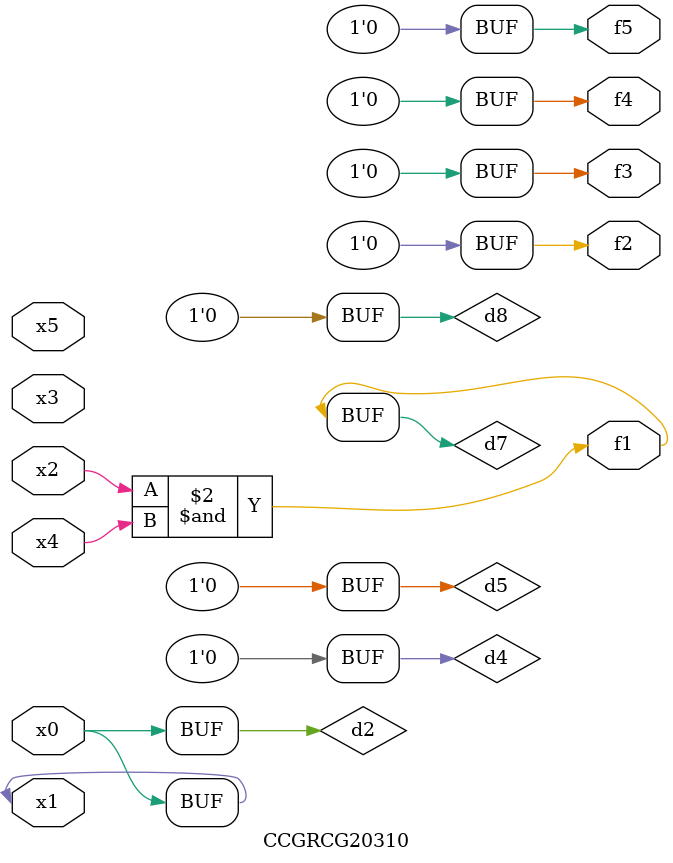
<source format=v>
module CCGRCG20310(
	input x0, x1, x2, x3, x4, x5,
	output f1, f2, f3, f4, f5
);

	wire d1, d2, d3, d4, d5, d6, d7, d8, d9;

	nand (d1, x1);
	buf (d2, x0, x1);
	nand (d3, x2, x4);
	and (d4, d1, d2);
	and (d5, d1, d2);
	nand (d6, d1, d3);
	not (d7, d3);
	xor (d8, d5);
	nor (d9, d5, d6);
	assign f1 = d7;
	assign f2 = d8;
	assign f3 = d8;
	assign f4 = d8;
	assign f5 = d8;
endmodule

</source>
